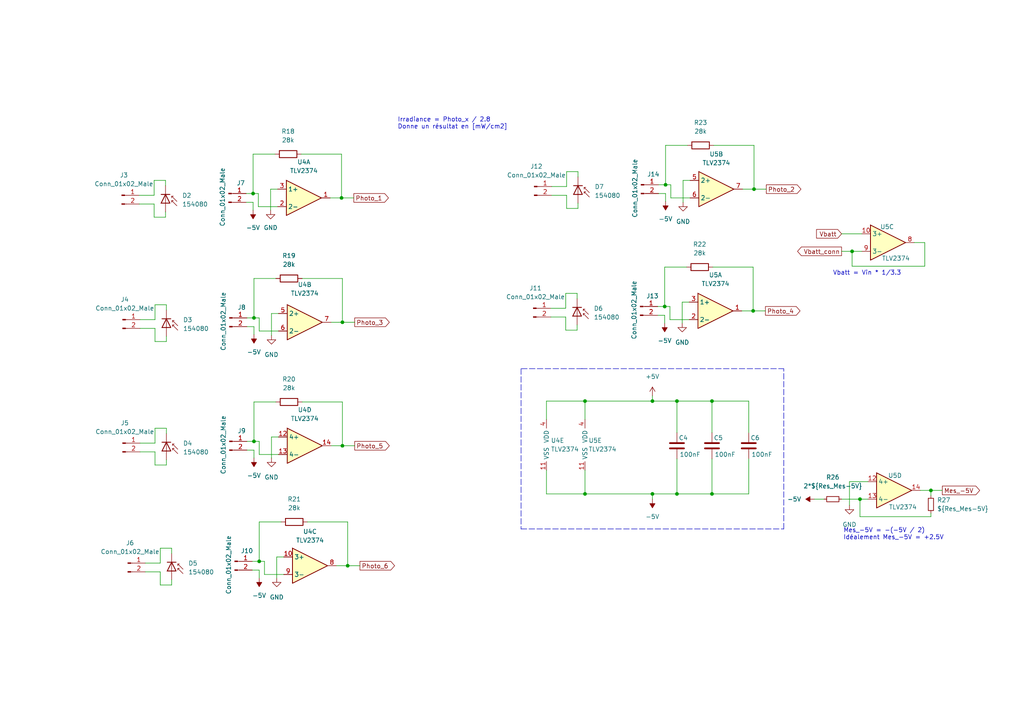
<source format=kicad_sch>
(kicad_sch (version 20211123) (generator eeschema)
  (paper "A4")
  (title_block (title "Photodiodes") (date "06.02.2022") (rev "1.0") (comment 1 "principal le tout sera relié par des paires de fil") (comment 2 "sur plusieurs PCBs le reste de retrouvera sur le PCB") (comment 3 "Schéma des photodiodes dont une partie sera séparée"))
  (lib_symbols
    (symbol "Amplifier_Operational:TLV2374"
      (property "Reference" "U" (at -0.254 8.382 0))
      (property "Value" "TLV2374" (at 0 6.35 0))
      (symbol "TLV2374_1_1"
        (polyline (pts (xy 0 5.08) (xy 10.16 0) (xy 0 -5.08) (xy 0 5.08)) (stroke (width 0.254)) (fill (type background)))
        (pin output line (at 12.7 0 180) (length 2.54) (name "~") (number "1"))
        (pin input line (at -2.54 -2.54 0) (length 2.54) (name "2-") (number "2"))
        (pin input line (at -2.54 2.54 0) (length 2.54) (name "1+") (number "3"))
      )
      (symbol "TLV2374_2_1"
        (polyline (pts (xy 0 5.08) (xy 10.16 0) (xy 0 -5.08) (xy 0 5.08)) (stroke (width 0.254)) (fill (type background)))
        (pin input line (at -2.54 2.54 0) (length 2.54) (name "2+") (number "5"))
        (pin input line (at -2.54 -2.54 0) (length 2.54) (name "2-") (number "6"))
        (pin output line (at 12.7 0 180) (length 2.54) (name "~") (number "7"))
      )
      (symbol "TLV2374_3_1"
        (polyline (pts (xy 0 5.08) (xy 10.16 0) (xy 0 -5.08) (xy 0 5.08)) (stroke (width 0.254)) (fill (type background)))
        (pin input line (at -2.54 2.54 0) (length 2.54) (name "3+") (number "10"))
        (pin output line (at 12.7 0 180) (length 2.54) (name "~") (number "8"))
        (pin input line (at -2.54 -2.54 0) (length 2.54) (name "3-") (number "9"))
      )
      (symbol "TLV2374_4_1"
        (polyline (pts (xy 0 5.08) (xy 10.16 0) (xy 0 -5.08) (xy 0 5.08)) (stroke (width 0.254)) (fill (type background)))
        (pin input line (at -2.54 2.54 0) (length 2.54) (name "4+") (number "12"))
        (pin input line (at -2.54 -2.54 0) (length 2.54) (name "4-") (number "13"))
        (pin output line (at 12.7 0 180) (length 2.54) (name "~") (number "14"))
      )
      (symbol "TLV2374_5_1"
        (pin power_in line (at -1.27 -7.366 90) (length 2.54) (name "VSS") (number "11"))
        (pin power_in line (at -1.27 7.366 270) (length 2.54) (name "VDD") (number "4"))
      )
    )
    (symbol "Connector:Conn_01x02_Male" (pin_names (offset 1.016) hide)
      (property "Reference" "J" (at 0 2.54 0))
      (property "Value" "Conn_01x02_Male" (at 0 -5.08 0))
      (symbol "Conn_01x02_Male_1_1"
        (polyline (pts (xy 1.27 -2.54) (xy 0.8636 -2.54)) (stroke (width 0.1524)))
        (polyline (pts (xy 1.27 0) (xy 0.8636 0)) (stroke (width 0.1524)))
        (rectangle (start 0.8636 -2.413) (end 0 -2.667) (stroke (width 0.1524)) (fill (type outline)))
        (rectangle (start 0.8636 0.127) (end 0 -0.127) (stroke (width 0.1524)) (fill (type outline)))
        (pin passive line (at 5.08 0 180) (length 3.81) (name "Pin_1") (number "1"))
        (pin passive line (at 5.08 -2.54 180) (length 3.81) (name "Pin_2") (number "2"))
      )
    )
    (symbol "Device:C" (pin_numbers hide) (pin_names (offset 0.254))
      (property "Reference" "C" (at 0.635 2.54 0))
      (property "Value" "C" (at 0.635 -2.54 0))
      (symbol "C_0_1"
        (polyline (pts (xy -2.032 -0.762) (xy 2.032 -0.762)) (stroke (width 0.508)))
        (polyline (pts (xy -2.032 0.762) (xy 2.032 0.762)) (stroke (width 0.508)))
      )
      (symbol "C_1_1"
        (pin passive line (at 0 3.81 270) (length 2.794) (name "~") (number "1"))
        (pin passive line (at 0 -3.81 90) (length 2.794) (name "~") (number "2"))
      )
    )
    (symbol "Device:D_Photo" (pin_numbers hide) (pin_names hide)
      (property "Reference" "D" (at 0.508 1.778 0))
      (property "Value" "D_Photo" (at -1.016 -2.794 0))
      (symbol "D_Photo_0_1"
        (polyline (pts (xy -2.54 1.27) (xy -2.54 -1.27)) (stroke (width 0.254)))
        (polyline (pts (xy -2.032 1.778) (xy -1.524 1.778)))
        (polyline (pts (xy 0 0) (xy -2.54 0)))
        (polyline (pts (xy -0.508 3.302) (xy -2.032 1.778) (xy -2.032 2.286)))
        (polyline (pts (xy 0 -1.27) (xy 0 1.27) (xy -2.54 0) (xy 0 -1.27)) (stroke (width 0.254)))
        (polyline (pts (xy 0.762 3.302) (xy -0.762 1.778) (xy -0.762 2.286) (xy -0.762 1.778) (xy -0.254 1.778)))
      )
      (symbol "D_Photo_1_1"
        (pin passive line (at -5.08 0 0) (length 2.54) (name "K") (number "1"))
        (pin passive line (at 2.54 0 180) (length 2.54) (name "A") (number "2"))
      )
    )
    (symbol "Device:R" (pin_numbers hide) (pin_names (offset 0))
      (property "Reference" "R" (at 2.032 0 90))
      (property "Value" "R" (at 0 0 90))
      (symbol "R_0_1"
        (rectangle (start -1.016 -2.54) (end 1.016 2.54) (stroke (width 0.254)))
      )
      (symbol "R_1_1"
        (pin passive line (at 0 3.81 270) (length 1.27) (name "~") (number "1"))
        (pin passive line (at 0 -3.81 90) (length 1.27) (name "~") (number "2"))
      )
    )
    (symbol "Device:R_Small" (pin_numbers hide) (pin_names (offset 0.254) hide)
      (property "Reference" "R" (at 0.762 0.508 0))
      (property "Value" "R_Small" (at 0.762 -1.016 0))
      (symbol "R_Small_0_1"
        (rectangle (start -0.762 1.778) (end 0.762 -1.778) (stroke (width 0.2032)))
      )
      (symbol "R_Small_1_1"
        (pin passive line (at 0 2.54 270) (length 0.762) (name "~") (number "1"))
        (pin passive line (at 0 -2.54 90) (length 0.762) (name "~") (number "2"))
      )
    )
    (symbol "power:+5V" (power) (pin_names (offset 0))
      (property "Value" "+5V" (at 0 3.556 0))
      (symbol "+5V_0_1"
        (polyline (pts (xy -0.762 1.27) (xy 0 2.54)))
        (polyline (pts (xy 0 0) (xy 0 2.54)))
        (polyline (pts (xy 0 2.54) (xy 0.762 1.27)))
      )
      (symbol "+5V_1_1"
        (pin power_in line (at 0 0 90) (length 0) hide (name "+5V") (number "1"))
      )
    )
    (symbol "power:-5V" (power) (pin_names (offset 0))
      (property "Value" "-5V" (at 0 3.81 0))
      (symbol "-5V_0_0"
        (pin power_in line (at 0 0 90) (length 0) hide (name "-5V") (number "1"))
      )
      (symbol "-5V_0_1"
        (polyline (pts (xy 0 0) (xy 0 1.27) (xy 0.762 1.27) (xy 0 2.54) (xy -0.762 1.27) (xy 0 1.27)) (fill (type outline)))
      )
    )
    (symbol "power:GND" (power) (pin_names (offset 0))
      (property "Value" "GND" (at 0 -3.81 0))
      (symbol "GND_0_1"
        (polyline (pts (xy 0 0) (xy 0 -1.27) (xy 1.27 -1.27) (xy 0 -2.54) (xy -1.27 -1.27) (xy 0 -1.27)))
      )
      (symbol "GND_1_1"
        (pin power_in line (at 0 0 270) (length 0) hide (name "GND") (number "1"))
      )
    )
  )
  (junction (at 99.314 93.472))
  (junction (at 169.672 143.256))
  (junction (at 100.838 164.084))
  (junction (at 270.002 142.24))
  (junction (at 73.406 56.134))
  (junction (at 218.44 90.17))
  (junction (at 73.66 92.202))
  (junction (at 247.142 72.898))
  (junction (at 73.66 128.016))
  (junction (at 189.23 143.256))
  (junction (at 193.04 53.594))
  (junction (at 196.342 143.256))
  (junction (at 192.786 88.9))
  (junction (at 206.502 143.256))
  (junction (at 196.342 116.332))
  (junction (at 75.184 162.814))
  (junction (at 218.694 54.864))
  (junction (at 189.23 116.332))
  (junction (at 169.672 116.332))
  (junction (at 249.428 144.78))
  (junction (at 99.06 57.404))
  (junction (at 99.314 129.286))
  (junction (at 206.502 116.332))
  (wire (pts (xy 164.084 85.09) (xy 167.386 85.09)))
  (wire (pts (xy 48.26 124.206) (xy 48.26 125.73)))
  (wire (pts (xy 218.694 42.164) (xy 218.694 54.864)))
  (wire (pts (xy 270.002 142.24) (xy 270.002 143.764)))
  (wire (pts (xy 218.694 54.864) (xy 215.392 54.864)))
  (wire (pts (xy 44.958 92.71) (xy 44.958 88.392)))
  (wire (pts (xy 191.008 53.594) (xy 193.04 53.594)))
  (polyline (pts (xy 168.656 106.934) (xy 227.33 106.934)))
  (wire (pts (xy 198.12 52.324) (xy 198.12 58.674)))
  (wire (pts (xy 75.184 131.826) (xy 75.184 128.016)))
  (wire (pts (xy 164.338 54.102) (xy 164.338 49.784)))
  (wire (pts (xy 80.772 96.012) (xy 75.184 96.012)))
  (wire (pts (xy 73.406 44.704) (xy 79.756 44.704)))
  (wire (pts (xy 158.496 143.256) (xy 169.672 143.256)))
  (wire (pts (xy 48.006 62.992) (xy 44.704 62.992)))
  (wire (pts (xy 193.04 56.134) (xy 193.04 58.42)))
  (wire (pts (xy 270.002 142.24) (xy 273.304 142.24)))
  (wire (pts (xy 197.866 87.63) (xy 199.898 87.63)))
  (wire (pts (xy 194.31 92.71) (xy 194.31 88.9)))
  (wire (pts (xy 192.786 77.47) (xy 192.786 88.9)))
  (wire (pts (xy 48.26 97.536) (xy 48.26 99.06)))
  (wire (pts (xy 167.64 60.452) (xy 164.338 60.452)))
  (polyline (pts (xy 151.13 106.934) (xy 151.13 153.416)))
  (wire (pts (xy 160.02 54.102) (xy 164.338 54.102)))
  (wire (pts (xy 75.184 151.384) (xy 75.184 162.814)))
  (wire (pts (xy 189.23 143.256) (xy 196.342 143.256)))
  (wire (pts (xy 87.63 80.772) (xy 99.314 80.772)))
  (wire (pts (xy 206.502 116.332) (xy 217.17 116.332)))
  (wire (pts (xy 200.152 57.404) (xy 194.564 57.404)))
  (wire (pts (xy 44.958 131.064) (xy 40.64 131.064)))
  (wire (pts (xy 158.496 116.332) (xy 169.672 116.332)))
  (wire (pts (xy 78.74 132.842) (xy 78.74 126.746)))
  (wire (pts (xy 167.386 94.234) (xy 167.386 95.758)))
  (wire (pts (xy 80.264 161.544) (xy 82.296 161.544)))
  (wire (pts (xy 158.496 136.398) (xy 158.496 143.256)))
  (wire (pts (xy 189.23 116.332) (xy 196.342 116.332)))
  (wire (pts (xy 169.672 136.398) (xy 169.672 143.256)))
  (wire (pts (xy 249.428 149.86) (xy 249.428 144.78)))
  (wire (pts (xy 190.754 91.44) (xy 192.786 91.44)))
  (wire (pts (xy 218.44 90.17) (xy 215.138 90.17)))
  (wire (pts (xy 158.496 121.666) (xy 158.496 116.332)))
  (wire (pts (xy 167.386 95.758) (xy 164.084 95.758)))
  (wire (pts (xy 74.93 56.134) (xy 73.406 56.134)))
  (wire (pts (xy 196.342 133.096) (xy 196.342 143.256)))
  (wire (pts (xy 71.628 92.202) (xy 73.66 92.202)))
  (wire (pts (xy 266.954 142.24) (xy 270.002 142.24)))
  (wire (pts (xy 71.374 56.134) (xy 73.406 56.134)))
  (wire (pts (xy 268.224 70.358) (xy 268.224 77.216)))
  (wire (pts (xy 246.38 139.7) (xy 246.38 146.558)))
  (wire (pts (xy 82.296 166.624) (xy 76.708 166.624)))
  (wire (pts (xy 48.006 52.324) (xy 48.006 53.848)))
  (wire (pts (xy 75.184 96.012) (xy 75.184 92.202)))
  (wire (pts (xy 71.628 130.556) (xy 73.66 130.556)))
  (wire (pts (xy 44.704 62.992) (xy 44.704 59.182)))
  (wire (pts (xy 268.224 70.358) (xy 265.176 70.358)))
  (wire (pts (xy 44.958 99.06) (xy 44.958 95.25)))
  (wire (pts (xy 218.44 90.17) (xy 221.996 90.17)))
  (wire (pts (xy 46.482 163.322) (xy 46.482 159.004)))
  (wire (pts (xy 193.04 42.164) (xy 193.04 53.594)))
  (wire (pts (xy 46.482 169.672) (xy 46.482 165.862)))
  (wire (pts (xy 71.374 58.674) (xy 73.406 58.674)))
  (wire (pts (xy 40.64 92.71) (xy 44.958 92.71)))
  (wire (pts (xy 99.06 57.404) (xy 102.616 57.404)))
  (wire (pts (xy 48.26 133.35) (xy 48.26 134.874)))
  (wire (pts (xy 99.314 129.286) (xy 96.012 129.286)))
  (wire (pts (xy 78.74 126.746) (xy 80.772 126.746)))
  (wire (pts (xy 49.784 169.672) (xy 46.482 169.672)))
  (wire (pts (xy 198.12 52.324) (xy 200.152 52.324)))
  (wire (pts (xy 167.64 49.784) (xy 167.64 51.308)))
  (wire (pts (xy 270.002 149.86) (xy 249.428 149.86)))
  (wire (pts (xy 75.184 151.384) (xy 81.534 151.384)))
  (wire (pts (xy 78.486 60.96) (xy 78.486 54.864)))
  (wire (pts (xy 244.094 144.78) (xy 249.428 144.78)))
  (wire (pts (xy 199.898 92.71) (xy 194.31 92.71)))
  (wire (pts (xy 169.672 116.332) (xy 169.672 121.666)))
  (wire (pts (xy 44.704 59.182) (xy 40.386 59.182)))
  (polyline (pts (xy 227.33 153.416) (xy 227.33 106.934)))
  (wire (pts (xy 159.766 89.408) (xy 164.084 89.408)))
  (wire (pts (xy 99.314 129.286) (xy 102.87 129.286)))
  (wire (pts (xy 99.06 44.704) (xy 99.06 57.404)))
  (wire (pts (xy 169.672 143.256) (xy 189.23 143.256)))
  (wire (pts (xy 196.342 116.332) (xy 196.342 125.476)))
  (wire (pts (xy 164.084 91.948) (xy 159.766 91.948)))
  (wire (pts (xy 99.314 93.472) (xy 102.87 93.472)))
  (wire (pts (xy 268.224 77.216) (xy 247.142 77.216)))
  (wire (pts (xy 169.672 116.332) (xy 189.23 116.332)))
  (wire (pts (xy 73.66 116.586) (xy 80.01 116.586)))
  (wire (pts (xy 190.754 88.9) (xy 192.786 88.9)))
  (wire (pts (xy 244.094 67.818) (xy 249.936 67.818)))
  (wire (pts (xy 48.006 61.468) (xy 48.006 62.992)))
  (polyline (pts (xy 168.91 106.934) (xy 151.13 106.934)))
  (wire (pts (xy 80.264 161.544) (xy 80.264 167.64)))
  (wire (pts (xy 48.26 134.874) (xy 44.958 134.874)))
  (wire (pts (xy 207.01 42.164) (xy 218.694 42.164)))
  (wire (pts (xy 197.866 93.726) (xy 197.866 87.63)))
  (wire (pts (xy 73.406 58.674) (xy 73.406 60.96)))
  (wire (pts (xy 44.958 124.206) (xy 48.26 124.206)))
  (wire (pts (xy 40.386 56.642) (xy 44.704 56.642)))
  (wire (pts (xy 73.152 162.814) (xy 75.184 162.814)))
  (wire (pts (xy 99.314 116.586) (xy 99.314 129.286)))
  (wire (pts (xy 48.26 99.06) (xy 44.958 99.06)))
  (wire (pts (xy 100.838 151.384) (xy 100.838 164.084)))
  (wire (pts (xy 100.838 164.084) (xy 97.536 164.084)))
  (wire (pts (xy 196.342 116.332) (xy 206.502 116.332)))
  (wire (pts (xy 194.564 53.594) (xy 193.04 53.594)))
  (wire (pts (xy 270.002 148.844) (xy 270.002 149.86)))
  (wire (pts (xy 78.486 54.864) (xy 80.518 54.864)))
  (wire (pts (xy 87.63 116.586) (xy 99.314 116.586)))
  (wire (pts (xy 73.66 130.556) (xy 73.66 132.842)))
  (wire (pts (xy 78.74 90.932) (xy 78.74 97.282)))
  (wire (pts (xy 192.786 77.47) (xy 199.136 77.47)))
  (wire (pts (xy 164.084 89.408) (xy 164.084 85.09)))
  (wire (pts (xy 189.23 143.256) (xy 189.23 144.78)))
  (wire (pts (xy 76.708 166.624) (xy 76.708 162.814)))
  (wire (pts (xy 73.66 116.586) (xy 73.66 128.016)))
  (wire (pts (xy 194.564 57.404) (xy 194.564 53.594)))
  (wire (pts (xy 71.628 94.742) (xy 73.66 94.742)))
  (wire (pts (xy 189.23 114.808) (xy 189.23 116.332)))
  (wire (pts (xy 75.184 92.202) (xy 73.66 92.202)))
  (wire (pts (xy 46.482 159.004) (xy 49.784 159.004)))
  (wire (pts (xy 206.502 133.096) (xy 206.502 143.256)))
  (wire (pts (xy 217.17 143.256) (xy 217.17 133.096)))
  (wire (pts (xy 164.084 95.758) (xy 164.084 91.948)))
  (wire (pts (xy 206.756 77.47) (xy 218.44 77.47)))
  (wire (pts (xy 87.376 44.704) (xy 99.06 44.704)))
  (wire (pts (xy 218.694 54.864) (xy 222.25 54.864)))
  (wire (pts (xy 246.38 139.7) (xy 251.714 139.7)))
  (wire (pts (xy 217.17 116.332) (xy 217.17 125.476)))
  (wire (pts (xy 193.04 42.164) (xy 199.39 42.164)))
  (wire (pts (xy 164.338 56.642) (xy 160.02 56.642)))
  (wire (pts (xy 192.786 91.44) (xy 192.786 93.726)))
  (wire (pts (xy 99.06 57.404) (xy 95.758 57.404)))
  (wire (pts (xy 164.338 60.452) (xy 164.338 56.642)))
  (wire (pts (xy 194.31 88.9) (xy 192.786 88.9)))
  (wire (pts (xy 244.094 72.898) (xy 247.142 72.898)))
  (wire (pts (xy 48.26 88.392) (xy 48.26 89.916)))
  (wire (pts (xy 75.184 128.016) (xy 73.66 128.016)))
  (wire (pts (xy 44.704 52.324) (xy 48.006 52.324)))
  (wire (pts (xy 206.502 116.332) (xy 206.502 125.476)))
  (wire (pts (xy 167.64 58.928) (xy 167.64 60.452)))
  (wire (pts (xy 42.164 163.322) (xy 46.482 163.322)))
  (wire (pts (xy 46.482 165.862) (xy 42.164 165.862)))
  (wire (pts (xy 44.958 128.524) (xy 44.958 124.206)))
  (wire (pts (xy 167.386 85.09) (xy 167.386 86.614)))
  (wire (pts (xy 71.628 128.016) (xy 73.66 128.016)))
  (wire (pts (xy 164.338 49.784) (xy 167.64 49.784)))
  (wire (pts (xy 191.008 56.134) (xy 193.04 56.134)))
  (wire (pts (xy 49.784 159.004) (xy 49.784 160.528)))
  (wire (pts (xy 75.184 165.354) (xy 75.184 167.64)))
  (wire (pts (xy 206.502 143.256) (xy 217.17 143.256)))
  (wire (pts (xy 73.66 80.772) (xy 80.01 80.772)))
  (wire (pts (xy 73.152 165.354) (xy 75.184 165.354)))
  (wire (pts (xy 100.838 164.084) (xy 104.394 164.084)))
  (wire (pts (xy 89.154 151.384) (xy 100.838 151.384)))
  (wire (pts (xy 78.74 90.932) (xy 80.772 90.932)))
  (polyline (pts (xy 151.13 153.416) (xy 227.33 153.416)))
  (wire (pts (xy 218.44 77.47) (xy 218.44 90.17)))
  (wire (pts (xy 80.772 131.826) (xy 75.184 131.826)))
  (wire (pts (xy 49.784 168.148) (xy 49.784 169.672)))
  (wire (pts (xy 44.958 88.392) (xy 48.26 88.392)))
  (wire (pts (xy 247.142 77.216) (xy 247.142 72.898)))
  (wire (pts (xy 99.314 93.472) (xy 96.012 93.472)))
  (wire (pts (xy 99.314 80.772) (xy 99.314 93.472)))
  (wire (pts (xy 40.64 128.524) (xy 44.958 128.524)))
  (wire (pts (xy 74.93 59.944) (xy 74.93 56.134)))
  (wire (pts (xy 73.406 44.704) (xy 73.406 56.134)))
  (wire (pts (xy 44.958 134.874) (xy 44.958 131.064)))
  (wire (pts (xy 249.428 144.78) (xy 251.714 144.78)))
  (wire (pts (xy 76.708 162.814) (xy 75.184 162.814)))
  (wire (pts (xy 80.518 59.944) (xy 74.93 59.944)))
  (wire (pts (xy 73.66 94.742) (xy 73.66 97.028)))
  (wire (pts (xy 247.142 72.898) (xy 249.936 72.898)))
  (wire (pts (xy 44.958 95.25) (xy 40.64 95.25)))
  (wire (pts (xy 236.22 144.78) (xy 239.014 144.78)))
  (wire (pts (xy 44.704 56.642) (xy 44.704 52.324)))
  (wire (pts (xy 196.342 143.256) (xy 206.502 143.256)))
  (wire (pts (xy 73.66 80.772) (xy 73.66 92.202)))
  (text "Vbatt = Vin * 1/3.3\n\n" (at 241.554 82.042 0) (effects (font (size 1.27 1.27)) (justify left bottom)))
  (text "Mes_-5V = -(-5V / 2)\nIdéalement Mes_-5V = +2.5V" (at 244.602 156.718 0) (effects (font (size 1.27 1.27)) (justify left bottom)))
  (text "Irradiance = Photo_x / 2.8\nDonne un résultat en [mW/cm2]" (at 115.316 37.592 0) (effects (font (size 1.27 1.27)) (justify left bottom)))
  (global_label "Photo_6" (shape output) (at 104.394 164.084 0) (property "Intersheet References" "${INTERSHEET_REFS}" (effects hide)))
  (global_label "Vbatt_conn" (shape output) (at 244.094 72.898 180) (property "Intersheet References" "${INTERSHEET_REFS}" (effects hide)))
  (global_label "Vbatt" (shape input) (at 244.094 67.818 180) (property "Intersheet References" "${INTERSHEET_REFS}" (effects hide)))
  (global_label "Mes_-5V" (shape output) (at 273.304 142.24 0) (property "Intersheet References" "${INTERSHEET_REFS}" (effects hide)))
  (global_label "Photo_3" (shape output) (at 102.87 93.472 0) (property "Intersheet References" "${INTERSHEET_REFS}" (effects hide)))
  (global_label "Photo_1" (shape output) (at 102.616 57.404 0) (property "Intersheet References" "${INTERSHEET_REFS}" (effects hide)))
  (global_label "Photo_4" (shape output) (at 221.996 90.17 0) (property "Intersheet References" "${INTERSHEET_REFS}" (effects hide)))
  (global_label "Photo_5" (shape output) (at 102.87 129.286 0) (property "Intersheet References" "${INTERSHEET_REFS}" (effects hide)))
  (global_label "Photo_2" (shape output) (at 222.25 54.864 0) (property "Intersheet References" "${INTERSHEET_REFS}" (effects hide)))
  (symbol (lib_id "Amplifier_Operational:TLV2374") (at 202.438 90.17 0) (unit 1)
    (property "Reference" "U5" (at 207.518 79.756 0))
    (property "Value" "TLV2374" (at 207.518 82.296 0))
    (property "Footprint" "Package_SO:SO-14_5.3x10.2mm_P1.27mm" (effects hide))
  )
  (symbol (lib_id "power:-5V") (at 73.66 97.028 180) (unit 1)
    (property "Reference" "#PWR0136" (effects hide))
    (property "Value" "-5V" (at 73.66 102.108 0))
  )
  (symbol (lib_id "Device:R") (at 202.946 77.47 90) (unit 1)
    (property "Reference" "R22" (at 202.946 70.866 90))
    (property "Value" "28k" (at 202.946 73.406 90))
    (property "Footprint" "Resistor_SMD:R_0805_2012Metric_Pad1.20x1.40mm_HandSolder" (effects hide))
  )
  (symbol (lib_id "Amplifier_Operational:TLV2374") (at 254.254 142.24 0) (unit 4)
    (property "Reference" "U5" (at 259.588 137.922 0))
    (property "Value" "TLV2374" (at 261.874 147.066 0))
    (property "Footprint" "Package_SO:SO-14_5.3x10.2mm_P1.27mm" (effects hide))
  )
  (symbol (lib_id "power:-5V") (at 193.04 58.42 180) (unit 1)
    (property "Reference" "#PWR0126" (effects hide))
    (property "Value" "-5V" (at 193.04 63.5 0))
  )
  (symbol (lib_id "Device:D_Photo") (at 49.784 165.608 270) (unit 1)
    (property "Reference" "D5" (at 54.61 163.3854 90) (effects (justify left)))
    (property "Value" "154080" (at 54.61 165.9254 90) (effects (justify left)))
    (property "Footprint" "Diode_SMD:D_0805_2012Metric_Pad1.15x1.40mm_HandSolder" (effects hide))
  )
  (symbol (lib_id "power:GND") (at 78.74 132.842 0) (unit 1)
    (property "Reference" "#PWR0134" (effects hide))
    (property "Value" "GND" (at 78.74 138.43 0))
  )
  (symbol (lib_id "Device:D_Photo") (at 48.006 58.928 270) (unit 1)
    (property "Reference" "D2" (at 52.832 56.7054 90) (effects (justify left)))
    (property "Value" "154080" (at 52.832 59.2454 90) (effects (justify left)))
    (property "Footprint" "Diode_SMD:D_0805_2012Metric_Pad1.15x1.40mm_HandSolder" (effects hide))
  )
  (symbol (lib_id "Amplifier_Operational:TLV2374") (at 159.766 129.032 0) (unit 5)
    (property "Reference" "U4" (at 159.766 127.7619 0) (effects (justify left)))
    (property "Value" "TLV2374" (at 159.766 130.3019 0) (effects (justify left)))
    (property "Footprint" "Package_SO:SO-14_5.3x10.2mm_P1.27mm" (effects hide))
  )
  (symbol (lib_id "Device:R") (at 83.566 44.704 90) (unit 1)
    (property "Reference" "R18" (at 83.566 38.1 90))
    (property "Value" "28k" (at 83.566 40.64 90))
    (property "Footprint" "Resistor_SMD:R_0805_2012Metric_Pad1.20x1.40mm_HandSolder" (effects hide))
  )
  (symbol (lib_id "Amplifier_Operational:TLV2374") (at 84.836 164.084 0) (unit 3)
    (property "Reference" "U4" (at 89.916 154.178 0))
    (property "Value" "TLV2374" (at 89.916 156.718 0))
    (property "Footprint" "Package_SO:SO-14_5.3x10.2mm_P1.27mm" (effects hide))
  )
  (symbol (lib_id "Device:R") (at 83.82 116.586 90) (unit 1)
    (property "Reference" "R20" (at 83.82 109.982 90))
    (property "Value" "28k" (at 83.82 112.522 90))
    (property "Footprint" "Resistor_SMD:R_0805_2012Metric_Pad1.20x1.40mm_HandSolder" (effects hide))
  )
  (symbol (lib_id "Device:R") (at 83.82 80.772 90) (unit 1)
    (property "Reference" "R19" (at 83.82 74.168 90))
    (property "Value" "28k" (at 83.82 76.708 90))
    (property "Footprint" "Resistor_SMD:R_0805_2012Metric_Pad1.20x1.40mm_HandSolder" (effects hide))
  )
  (symbol (lib_id "power:-5V") (at 73.66 132.842 180) (unit 1)
    (property "Reference" "#PWR0133" (effects hide))
    (property "Value" "-5V" (at 73.66 137.922 0))
  )
  (symbol (lib_id "Connector:Conn_01x02_Male") (at 35.306 56.642 0) (unit 1)
    (property "Reference" "J3" (at 35.941 50.8 0))
    (property "Value" "Conn_01x02_Male" (at 35.941 53.34 0))
    (property "Footprint" "Connector_PinHeader_2.54mm:PinHeader_1x02_P2.54mm_Vertical" (effects hide))
  )
  (symbol (lib_id "Device:C") (at 206.502 129.286 0) (unit 1)
    (property "Reference" "C5" (at 207.01 127 0) (effects (justify left)))
    (property "Value" "100nF" (at 207.264 131.826 0) (effects (justify left)))
    (property "Footprint" "Capacitor_SMD:C_0805_2012Metric" (effects hide))
  )
  (symbol (lib_id "Connector:Conn_01x02_Male") (at 37.084 163.322 0) (unit 1)
    (property "Reference" "J6" (at 37.719 157.48 0))
    (property "Value" "Conn_01x02_Male" (at 37.719 160.02 0))
    (property "Footprint" "Connector_PinHeader_2.54mm:PinHeader_1x02_P2.54mm_Vertical" (effects hide))
  )
  (symbol (lib_id "Device:C") (at 217.17 129.286 0) (unit 1)
    (property "Reference" "C6" (at 217.678 127 0) (effects (justify left)))
    (property "Value" "100nF" (at 217.932 131.826 0) (effects (justify left)))
    (property "Footprint" "Capacitor_SMD:C_0805_2012Metric" (effects hide))
  )
  (symbol (lib_id "Amplifier_Operational:TLV2374") (at 170.942 129.032 0) (unit 5)
    (property "Reference" "U5" (at 170.688 127.7619 0) (effects (justify left)))
    (property "Value" "TLV2374" (at 170.688 130.3019 0) (effects (justify left)))
    (property "Footprint" "Package_SO:SO-14_5.3x10.2mm_P1.27mm" (effects hide))
  )
  (symbol (lib_id "Connector:Conn_01x02_Male") (at 154.686 89.408 0) (unit 1)
    (property "Reference" "J11" (at 155.321 83.566 0))
    (property "Value" "Conn_01x02_Male" (at 155.321 86.106 0))
    (property "Footprint" "Connector_PinHeader_2.54mm:PinHeader_1x02_P2.54mm_Vertical" (effects hide))
  )
  (symbol (lib_id "Device:D_Photo") (at 48.26 94.996 270) (unit 1)
    (property "Reference" "D3" (at 53.086 92.7734 90) (effects (justify left)))
    (property "Value" "154080" (at 53.086 95.3134 90) (effects (justify left)))
    (property "Footprint" "Diode_SMD:D_0805_2012Metric_Pad1.15x1.40mm_HandSolder" (effects hide))
  )
  (symbol (lib_id "power:-5V") (at 192.786 93.726 180) (unit 1)
    (property "Reference" "#PWR0128" (effects hide))
    (property "Value" "-5V" (at 192.786 98.806 0))
  )
  (symbol (lib_id "Connector:Conn_01x02_Male") (at 154.94 54.102 0) (unit 1)
    (property "Reference" "J12" (at 155.575 48.26 0))
    (property "Value" "Conn_01x02_Male" (at 155.575 50.8 0))
    (property "Footprint" "Connector_PinHeader_2.54mm:PinHeader_1x02_P2.54mm_Vertical" (effects hide))
  )
  (symbol (lib_id "Device:R_Small") (at 241.554 144.78 90) (unit 1)
    (property "Reference" "R26" (at 241.554 138.43 90))
    (property "Value" "2*${Res_Mes-5V}" (at 241.554 140.97 90))
    (property "Footprint" "Resistor_SMD:R_0805_2012Metric_Pad1.20x1.40mm_HandSolder" (effects hide))
  )
  (symbol (lib_id "Connector:Conn_01x02_Male") (at 185.674 88.9 0) (unit 1)
    (property "Reference" "J13" (at 189.23 85.852 0))
    (property "Value" "Conn_01x02_Male" (at 183.896 89.916 90))
    (property "Footprint" "Connector_PinHeader_2.54mm:PinHeader_1x02_P2.54mm_Vertical" (effects hide))
  )
  (symbol (lib_id "Amplifier_Operational:TLV2374") (at 202.692 54.864 0) (unit 2)
    (property "Reference" "U5" (at 207.772 44.704 0))
    (property "Value" "TLV2374" (at 207.772 47.244 0))
    (property "Footprint" "Package_SO:SO-14_5.3x10.2mm_P1.27mm" (effects hide))
  )
  (symbol (lib_id "power:-5V") (at 73.406 60.96 180) (unit 1)
    (property "Reference" "#PWR0138" (effects hide))
    (property "Value" "-5V" (at 73.406 66.04 0))
  )
  (symbol (lib_id "power:-5V") (at 75.184 167.64 180) (unit 1)
    (property "Reference" "#PWR0135" (effects hide))
    (property "Value" "-5V" (at 75.184 172.72 0))
  )
  (symbol (lib_id "power:GND") (at 197.866 93.726 0) (unit 1)
    (property "Reference" "#PWR0127" (effects hide))
    (property "Value" "GND" (at 197.866 99.314 0))
  )
  (symbol (lib_id "power:-5V") (at 236.22 144.78 90) (unit 1)
    (property "Reference" "#PWR01" (effects hide))
    (property "Value" "-5V" (at 232.41 144.7799 90) (effects (justify left)))
  )
  (symbol (lib_id "power:GND") (at 80.264 167.64 0) (unit 1)
    (property "Reference" "#PWR0130" (effects hide))
    (property "Value" "GND" (at 80.264 173.228 0))
  )
  (symbol (lib_id "Amplifier_Operational:TLV2374") (at 83.312 129.286 0) (unit 4)
    (property "Reference" "U4" (at 88.392 118.872 0))
    (property "Value" "TLV2374" (at 88.392 121.412 0))
    (property "Footprint" "Package_SO:SO-14_5.3x10.2mm_P1.27mm" (effects hide))
  )
  (symbol (lib_id "power:GND") (at 246.38 146.558 0) (unit 1)
    (property "Reference" "#PWR0139" (effects hide))
    (property "Value" "GND" (at 246.38 152.146 0))
  )
  (symbol (lib_id "Connector:Conn_01x02_Male") (at 35.56 128.524 0) (unit 1)
    (property "Reference" "J5" (at 36.195 122.682 0))
    (property "Value" "Conn_01x02_Male" (at 36.195 125.222 0))
    (property "Footprint" "Connector_PinHeader_2.54mm:PinHeader_1x02_P2.54mm_Vertical" (effects hide))
  )
  (symbol (lib_id "power:GND") (at 78.74 97.282 0) (unit 1)
    (property "Reference" "#PWR0137" (effects hide))
    (property "Value" "GND" (at 78.74 102.87 0))
  )
  (symbol (lib_id "Connector:Conn_01x02_Male") (at 66.548 128.016 0) (unit 1)
    (property "Reference" "J9" (at 70.104 124.968 0))
    (property "Value" "Conn_01x02_Male" (at 64.77 129.032 90))
    (property "Footprint" "Connector_PinHeader_2.54mm:PinHeader_1x02_P2.54mm_Vertical" (effects hide))
  )
  (symbol (lib_id "power:GND") (at 78.486 60.96 0) (unit 1)
    (property "Reference" "#PWR0125" (effects hide))
    (property "Value" "GND" (at 78.486 66.04 0))
  )
  (symbol (lib_id "Device:R") (at 203.2 42.164 90) (unit 1)
    (property "Reference" "R23" (at 203.2 35.56 90))
    (property "Value" "28k" (at 203.2 38.1 90))
    (property "Footprint" "Resistor_SMD:R_0805_2012Metric_Pad1.20x1.40mm_HandSolder" (effects hide))
  )
  (symbol (lib_id "Device:D_Photo") (at 167.64 56.388 270) (unit 1)
    (property "Reference" "D7" (at 172.466 54.1654 90) (effects (justify left)))
    (property "Value" "154080" (at 172.466 56.7054 90) (effects (justify left)))
    (property "Footprint" "Diode_SMD:D_0805_2012Metric_Pad1.15x1.40mm_HandSolder" (effects hide))
  )
  (symbol (lib_id "Connector:Conn_01x02_Male") (at 66.548 92.202 0) (unit 1)
    (property "Reference" "J8" (at 70.104 89.154 0))
    (property "Value" "Conn_01x02_Male" (at 64.77 93.218 90))
    (property "Footprint" "Connector_PinHeader_2.54mm:PinHeader_1x02_P2.54mm_Vertical" (effects hide))
  )
  (symbol (lib_id "power:+5V") (at 189.23 114.808 0) (unit 1)
    (property "Reference" "#PWR0129" (effects hide))
    (property "Value" "+5V" (at 189.23 109.22 0))
  )
  (symbol (lib_id "Device:D_Photo") (at 167.386 91.694 270) (unit 1)
    (property "Reference" "D6" (at 172.212 89.4714 90) (effects (justify left)))
    (property "Value" "154080" (at 172.212 92.0114 90) (effects (justify left)))
    (property "Footprint" "Diode_SMD:D_0805_2012Metric_Pad1.15x1.40mm_HandSolder" (effects hide))
  )
  (symbol (lib_id "Amplifier_Operational:TLV2374") (at 83.312 93.472 0) (unit 2)
    (property "Reference" "U4" (at 88.392 82.55 0))
    (property "Value" "TLV2374" (at 88.392 85.09 0))
    (property "Footprint" "Package_SO:SO-14_5.3x10.2mm_P1.27mm" (effects hide))
  )
  (symbol (lib_id "Connector:Conn_01x02_Male") (at 68.072 162.814 0) (unit 1)
    (property "Reference" "J10" (at 71.628 159.766 0))
    (property "Value" "Conn_01x02_Male" (at 66.294 163.83 90))
    (property "Footprint" "Connector_PinHeader_2.54mm:PinHeader_1x02_P2.54mm_Vertical" (effects hide))
  )
  (symbol (lib_id "Amplifier_Operational:TLV2374") (at 83.058 57.404 0) (unit 1)
    (property "Reference" "U4" (at 88.138 46.99 0))
    (property "Value" "TLV2374" (at 88.138 49.53 0))
    (property "Footprint" "Package_SO:SO-14_5.3x10.2mm_P1.27mm" (effects hide))
  )
  (symbol (lib_id "power:GND") (at 198.12 58.674 0) (unit 1)
    (property "Reference" "#PWR0132" (effects hide))
    (property "Value" "GND" (at 198.12 64.262 0))
  )
  (symbol (lib_id "Device:C") (at 196.342 129.286 0) (unit 1)
    (property "Reference" "C4" (at 196.85 127 0) (effects (justify left)))
    (property "Value" "100nF" (at 197.104 131.826 0) (effects (justify left)))
    (property "Footprint" "Capacitor_SMD:C_0805_2012Metric" (effects hide))
  )
  (symbol (lib_id "Connector:Conn_01x02_Male") (at 35.56 92.71 0) (unit 1)
    (property "Reference" "J4" (at 36.195 86.868 0))
    (property "Value" "Conn_01x02_Male" (at 36.195 89.408 0))
    (property "Footprint" "Connector_PinHeader_2.54mm:PinHeader_1x02_P2.54mm_Vertical" (effects hide))
  )
  (symbol (lib_id "Amplifier_Operational:TLV2374") (at 252.476 70.358 0) (unit 3)
    (property "Reference" "U5" (at 257.302 65.786 0))
    (property "Value" "TLV2374" (at 259.842 74.93 0))
    (property "Footprint" "Package_SO:SO-14_5.3x10.2mm_P1.27mm" (effects hide))
  )
  (symbol (lib_id "Device:R") (at 85.344 151.384 90) (unit 1)
    (property "Reference" "R21" (at 85.344 144.78 90))
    (property "Value" "28k" (at 85.344 147.32 90))
    (property "Footprint" "Resistor_SMD:R_0805_2012Metric_Pad1.20x1.40mm_HandSolder" (effects hide))
  )
  (symbol (lib_id "power:-5V") (at 189.23 144.78 180) (unit 1)
    (property "Reference" "#PWR0131" (effects hide))
    (property "Value" "-5V" (at 189.23 149.86 0))
  )
  (symbol (lib_id "Connector:Conn_01x02_Male") (at 66.294 56.134 0) (unit 1)
    (property "Reference" "J7" (at 69.85 53.086 0))
    (property "Value" "Conn_01x02_Male" (at 64.516 57.15 90))
    (property "Footprint" "Connector_PinHeader_2.54mm:PinHeader_1x02_P2.54mm_Vertical" (effects hide))
  )
  (symbol (lib_id "Connector:Conn_01x02_Male") (at 185.928 53.594 0) (unit 1)
    (property "Reference" "J14" (at 189.484 50.546 0))
    (property "Value" "Conn_01x02_Male" (at 184.15 54.61 90))
    (property "Footprint" "Connector_PinHeader_2.54mm:PinHeader_1x02_P2.54mm_Vertical" (effects hide))
  )
  (symbol (lib_id "Device:D_Photo") (at 48.26 130.81 270) (unit 1)
    (property "Reference" "D4" (at 53.086 128.5874 90) (effects (justify left)))
    (property "Value" "154080" (at 53.086 131.1274 90) (effects (justify left)))
    (property "Footprint" "Diode_SMD:D_0805_2012Metric_Pad1.15x1.40mm_HandSolder" (effects hide))
  )
  (symbol (lib_id "Device:R_Small") (at 270.002 146.304 0) (unit 1)
    (property "Reference" "R27" (at 271.78 145.0339 0) (effects (justify left)))
    (property "Value" "${Res_Mes-5V}" (at 271.78 147.5739 0) (effects (justify left)))
    (property "Footprint" "Resistor_SMD:R_0805_2012Metric_Pad1.20x1.40mm_HandSolder" (effects hide))
  )
)
</source>
